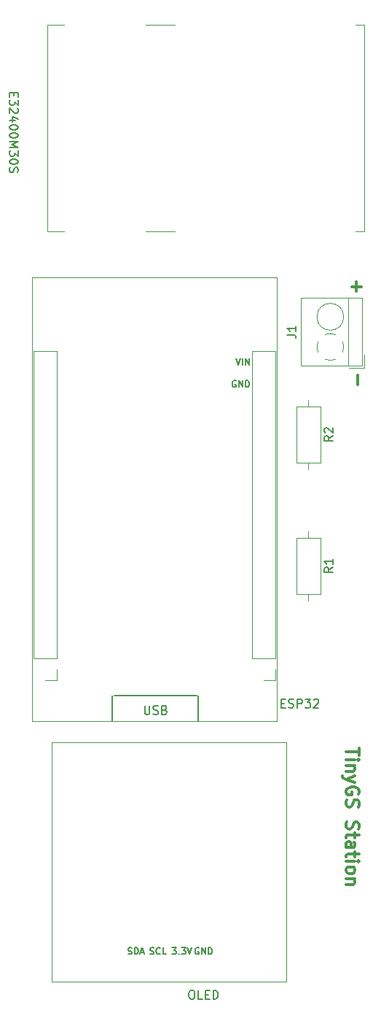
<source format=gbr>
%TF.GenerationSoftware,KiCad,Pcbnew,(6.0.5-0)*%
%TF.CreationDate,2022-05-19T17:28:55-04:00*%
%TF.ProjectId,test_project,74657374-5f70-4726-9f6a-6563742e6b69,rev?*%
%TF.SameCoordinates,Original*%
%TF.FileFunction,Legend,Top*%
%TF.FilePolarity,Positive*%
%FSLAX46Y46*%
G04 Gerber Fmt 4.6, Leading zero omitted, Abs format (unit mm)*
G04 Created by KiCad (PCBNEW (6.0.5-0)) date 2022-05-19 17:28:55*
%MOMM*%
%LPD*%
G01*
G04 APERTURE LIST*
%ADD10C,0.150000*%
%ADD11C,0.187500*%
%ADD12C,0.300000*%
%ADD13C,0.120000*%
%ADD14C,0.050000*%
G04 APERTURE END LIST*
D10*
X120658095Y-112736380D02*
X120658095Y-113545904D01*
X120705714Y-113641142D01*
X120753333Y-113688761D01*
X120848571Y-113736380D01*
X121039047Y-113736380D01*
X121134285Y-113688761D01*
X121181904Y-113641142D01*
X121229523Y-113545904D01*
X121229523Y-112736380D01*
X121658095Y-113688761D02*
X121800952Y-113736380D01*
X122039047Y-113736380D01*
X122134285Y-113688761D01*
X122181904Y-113641142D01*
X122229523Y-113545904D01*
X122229523Y-113450666D01*
X122181904Y-113355428D01*
X122134285Y-113307809D01*
X122039047Y-113260190D01*
X121848571Y-113212571D01*
X121753333Y-113164952D01*
X121705714Y-113117333D01*
X121658095Y-113022095D01*
X121658095Y-112926857D01*
X121705714Y-112831619D01*
X121753333Y-112784000D01*
X121848571Y-112736380D01*
X122086666Y-112736380D01*
X122229523Y-112784000D01*
X122991428Y-113212571D02*
X123134285Y-113260190D01*
X123181904Y-113307809D01*
X123229523Y-113403047D01*
X123229523Y-113545904D01*
X123181904Y-113641142D01*
X123134285Y-113688761D01*
X123039047Y-113736380D01*
X122658095Y-113736380D01*
X122658095Y-112736380D01*
X122991428Y-112736380D01*
X123086666Y-112784000D01*
X123134285Y-112831619D01*
X123181904Y-112926857D01*
X123181904Y-113022095D01*
X123134285Y-113117333D01*
X123086666Y-113164952D01*
X122991428Y-113212571D01*
X122658095Y-113212571D01*
X126894000Y-111550000D02*
X126894000Y-114400000D01*
X117100000Y-111550000D02*
X126700000Y-111550000D01*
X116894000Y-111550000D02*
X116894000Y-114400000D01*
D11*
X131254571Y-75063000D02*
X131183142Y-75027285D01*
X131076000Y-75027285D01*
X130968857Y-75063000D01*
X130897428Y-75134428D01*
X130861714Y-75205857D01*
X130826000Y-75348714D01*
X130826000Y-75455857D01*
X130861714Y-75598714D01*
X130897428Y-75670142D01*
X130968857Y-75741571D01*
X131076000Y-75777285D01*
X131147428Y-75777285D01*
X131254571Y-75741571D01*
X131290285Y-75705857D01*
X131290285Y-75455857D01*
X131147428Y-75455857D01*
X131611714Y-75777285D02*
X131611714Y-75027285D01*
X132040285Y-75777285D01*
X132040285Y-75027285D01*
X132397428Y-75777285D02*
X132397428Y-75027285D01*
X132576000Y-75027285D01*
X132683142Y-75063000D01*
X132754571Y-75134428D01*
X132790285Y-75205857D01*
X132826000Y-75348714D01*
X132826000Y-75455857D01*
X132790285Y-75598714D01*
X132754571Y-75670142D01*
X132683142Y-75741571D01*
X132576000Y-75777285D01*
X132397428Y-75777285D01*
X131258571Y-72487285D02*
X131508571Y-73237285D01*
X131758571Y-72487285D01*
X132008571Y-73237285D02*
X132008571Y-72487285D01*
X132365714Y-73237285D02*
X132365714Y-72487285D01*
X132794285Y-73237285D01*
X132794285Y-72487285D01*
X118723285Y-141527571D02*
X118830428Y-141563285D01*
X119009000Y-141563285D01*
X119080428Y-141527571D01*
X119116142Y-141491857D01*
X119151857Y-141420428D01*
X119151857Y-141349000D01*
X119116142Y-141277571D01*
X119080428Y-141241857D01*
X119009000Y-141206142D01*
X118866142Y-141170428D01*
X118794714Y-141134714D01*
X118759000Y-141099000D01*
X118723285Y-141027571D01*
X118723285Y-140956142D01*
X118759000Y-140884714D01*
X118794714Y-140849000D01*
X118866142Y-140813285D01*
X119044714Y-140813285D01*
X119151857Y-140849000D01*
X119473285Y-141563285D02*
X119473285Y-140813285D01*
X119651857Y-140813285D01*
X119759000Y-140849000D01*
X119830428Y-140920428D01*
X119866142Y-140991857D01*
X119901857Y-141134714D01*
X119901857Y-141241857D01*
X119866142Y-141384714D01*
X119830428Y-141456142D01*
X119759000Y-141527571D01*
X119651857Y-141563285D01*
X119473285Y-141563285D01*
X120187571Y-141349000D02*
X120544714Y-141349000D01*
X120116142Y-141563285D02*
X120366142Y-140813285D01*
X120616142Y-141563285D01*
X121281142Y-141527571D02*
X121388285Y-141563285D01*
X121566857Y-141563285D01*
X121638285Y-141527571D01*
X121674000Y-141491857D01*
X121709714Y-141420428D01*
X121709714Y-141349000D01*
X121674000Y-141277571D01*
X121638285Y-141241857D01*
X121566857Y-141206142D01*
X121424000Y-141170428D01*
X121352571Y-141134714D01*
X121316857Y-141099000D01*
X121281142Y-141027571D01*
X121281142Y-140956142D01*
X121316857Y-140884714D01*
X121352571Y-140849000D01*
X121424000Y-140813285D01*
X121602571Y-140813285D01*
X121709714Y-140849000D01*
X122459714Y-141491857D02*
X122424000Y-141527571D01*
X122316857Y-141563285D01*
X122245428Y-141563285D01*
X122138285Y-141527571D01*
X122066857Y-141456142D01*
X122031142Y-141384714D01*
X121995428Y-141241857D01*
X121995428Y-141134714D01*
X122031142Y-140991857D01*
X122066857Y-140920428D01*
X122138285Y-140849000D01*
X122245428Y-140813285D01*
X122316857Y-140813285D01*
X122424000Y-140849000D01*
X122459714Y-140884714D01*
X123138285Y-141563285D02*
X122781142Y-141563285D01*
X122781142Y-140813285D01*
X123860857Y-140813285D02*
X124325142Y-140813285D01*
X124075142Y-141099000D01*
X124182285Y-141099000D01*
X124253714Y-141134714D01*
X124289428Y-141170428D01*
X124325142Y-141241857D01*
X124325142Y-141420428D01*
X124289428Y-141491857D01*
X124253714Y-141527571D01*
X124182285Y-141563285D01*
X123968000Y-141563285D01*
X123896571Y-141527571D01*
X123860857Y-141491857D01*
X124646571Y-141491857D02*
X124682285Y-141527571D01*
X124646571Y-141563285D01*
X124610857Y-141527571D01*
X124646571Y-141491857D01*
X124646571Y-141563285D01*
X124932285Y-140813285D02*
X125396571Y-140813285D01*
X125146571Y-141099000D01*
X125253714Y-141099000D01*
X125325142Y-141134714D01*
X125360857Y-141170428D01*
X125396571Y-141241857D01*
X125396571Y-141420428D01*
X125360857Y-141491857D01*
X125325142Y-141527571D01*
X125253714Y-141563285D01*
X125039428Y-141563285D01*
X124968000Y-141527571D01*
X124932285Y-141491857D01*
X125610857Y-140813285D02*
X125860857Y-141563285D01*
X126110857Y-140813285D01*
X126936571Y-140849000D02*
X126865142Y-140813285D01*
X126758000Y-140813285D01*
X126650857Y-140849000D01*
X126579428Y-140920428D01*
X126543714Y-140991857D01*
X126508000Y-141134714D01*
X126508000Y-141241857D01*
X126543714Y-141384714D01*
X126579428Y-141456142D01*
X126650857Y-141527571D01*
X126758000Y-141563285D01*
X126829428Y-141563285D01*
X126936571Y-141527571D01*
X126972285Y-141491857D01*
X126972285Y-141241857D01*
X126829428Y-141241857D01*
X127293714Y-141563285D02*
X127293714Y-140813285D01*
X127722285Y-141563285D01*
X127722285Y-140813285D01*
X128079428Y-141563285D02*
X128079428Y-140813285D01*
X128258000Y-140813285D01*
X128365142Y-140849000D01*
X128436571Y-140920428D01*
X128472285Y-140991857D01*
X128508000Y-141134714D01*
X128508000Y-141241857D01*
X128472285Y-141384714D01*
X128436571Y-141456142D01*
X128365142Y-141527571D01*
X128258000Y-141563285D01*
X128079428Y-141563285D01*
D12*
X145601428Y-117630857D02*
X145601428Y-118488000D01*
X144101428Y-118059428D02*
X145601428Y-118059428D01*
X144101428Y-118988000D02*
X145101428Y-118988000D01*
X145601428Y-118988000D02*
X145530000Y-118916571D01*
X145458571Y-118988000D01*
X145530000Y-119059428D01*
X145601428Y-118988000D01*
X145458571Y-118988000D01*
X145101428Y-119702285D02*
X144101428Y-119702285D01*
X144958571Y-119702285D02*
X145030000Y-119773714D01*
X145101428Y-119916571D01*
X145101428Y-120130857D01*
X145030000Y-120273714D01*
X144887142Y-120345142D01*
X144101428Y-120345142D01*
X145101428Y-120916571D02*
X144101428Y-121273714D01*
X145101428Y-121630857D02*
X144101428Y-121273714D01*
X143744285Y-121130857D01*
X143672857Y-121059428D01*
X143601428Y-120916571D01*
X145530000Y-122988000D02*
X145601428Y-122845142D01*
X145601428Y-122630857D01*
X145530000Y-122416571D01*
X145387142Y-122273714D01*
X145244285Y-122202285D01*
X144958571Y-122130857D01*
X144744285Y-122130857D01*
X144458571Y-122202285D01*
X144315714Y-122273714D01*
X144172857Y-122416571D01*
X144101428Y-122630857D01*
X144101428Y-122773714D01*
X144172857Y-122988000D01*
X144244285Y-123059428D01*
X144744285Y-123059428D01*
X144744285Y-122773714D01*
X144172857Y-123630857D02*
X144101428Y-123845142D01*
X144101428Y-124202285D01*
X144172857Y-124345142D01*
X144244285Y-124416571D01*
X144387142Y-124488000D01*
X144530000Y-124488000D01*
X144672857Y-124416571D01*
X144744285Y-124345142D01*
X144815714Y-124202285D01*
X144887142Y-123916571D01*
X144958571Y-123773714D01*
X145030000Y-123702285D01*
X145172857Y-123630857D01*
X145315714Y-123630857D01*
X145458571Y-123702285D01*
X145530000Y-123773714D01*
X145601428Y-123916571D01*
X145601428Y-124273714D01*
X145530000Y-124488000D01*
X144172857Y-126202285D02*
X144101428Y-126416571D01*
X144101428Y-126773714D01*
X144172857Y-126916571D01*
X144244285Y-126988000D01*
X144387142Y-127059428D01*
X144530000Y-127059428D01*
X144672857Y-126988000D01*
X144744285Y-126916571D01*
X144815714Y-126773714D01*
X144887142Y-126488000D01*
X144958571Y-126345142D01*
X145030000Y-126273714D01*
X145172857Y-126202285D01*
X145315714Y-126202285D01*
X145458571Y-126273714D01*
X145530000Y-126345142D01*
X145601428Y-126488000D01*
X145601428Y-126845142D01*
X145530000Y-127059428D01*
X145101428Y-127488000D02*
X145101428Y-128059428D01*
X145601428Y-127702285D02*
X144315714Y-127702285D01*
X144172857Y-127773714D01*
X144101428Y-127916571D01*
X144101428Y-128059428D01*
X144101428Y-129202285D02*
X144887142Y-129202285D01*
X145030000Y-129130857D01*
X145101428Y-128988000D01*
X145101428Y-128702285D01*
X145030000Y-128559428D01*
X144172857Y-129202285D02*
X144101428Y-129059428D01*
X144101428Y-128702285D01*
X144172857Y-128559428D01*
X144315714Y-128488000D01*
X144458571Y-128488000D01*
X144601428Y-128559428D01*
X144672857Y-128702285D01*
X144672857Y-129059428D01*
X144744285Y-129202285D01*
X145101428Y-129702285D02*
X145101428Y-130273714D01*
X145601428Y-129916571D02*
X144315714Y-129916571D01*
X144172857Y-129988000D01*
X144101428Y-130130857D01*
X144101428Y-130273714D01*
X144101428Y-130773714D02*
X145101428Y-130773714D01*
X145601428Y-130773714D02*
X145530000Y-130702285D01*
X145458571Y-130773714D01*
X145530000Y-130845142D01*
X145601428Y-130773714D01*
X145458571Y-130773714D01*
X144101428Y-131702285D02*
X144172857Y-131559428D01*
X144244285Y-131488000D01*
X144387142Y-131416571D01*
X144815714Y-131416571D01*
X144958571Y-131488000D01*
X145030000Y-131559428D01*
X145101428Y-131702285D01*
X145101428Y-131916571D01*
X145030000Y-132059428D01*
X144958571Y-132130857D01*
X144815714Y-132202285D01*
X144387142Y-132202285D01*
X144244285Y-132130857D01*
X144172857Y-132059428D01*
X144101428Y-131916571D01*
X144101428Y-131702285D01*
X145101428Y-132845142D02*
X144101428Y-132845142D01*
X144958571Y-132845142D02*
X145030000Y-132916571D01*
X145101428Y-133059428D01*
X145101428Y-133273714D01*
X145030000Y-133416571D01*
X144887142Y-133488000D01*
X144101428Y-133488000D01*
X145859428Y-64115142D02*
X144716571Y-64115142D01*
X145288000Y-64686571D02*
X145288000Y-63543714D01*
X145395142Y-74358571D02*
X145395142Y-75501428D01*
D10*
%TO.C,U2*%
X105481428Y-41632761D02*
X105481428Y-41966095D01*
X104957619Y-42108952D02*
X104957619Y-41632761D01*
X105957619Y-41632761D01*
X105957619Y-42108952D01*
X105957619Y-42442285D02*
X105957619Y-43061333D01*
X105576666Y-42728000D01*
X105576666Y-42870857D01*
X105529047Y-42966095D01*
X105481428Y-43013714D01*
X105386190Y-43061333D01*
X105148095Y-43061333D01*
X105052857Y-43013714D01*
X105005238Y-42966095D01*
X104957619Y-42870857D01*
X104957619Y-42585142D01*
X105005238Y-42489904D01*
X105052857Y-42442285D01*
X105862380Y-43442285D02*
X105910000Y-43489904D01*
X105957619Y-43585142D01*
X105957619Y-43823238D01*
X105910000Y-43918476D01*
X105862380Y-43966095D01*
X105767142Y-44013714D01*
X105671904Y-44013714D01*
X105529047Y-43966095D01*
X104957619Y-43394666D01*
X104957619Y-44013714D01*
X105624285Y-44870857D02*
X104957619Y-44870857D01*
X106005238Y-44632761D02*
X105290952Y-44394666D01*
X105290952Y-45013714D01*
X105957619Y-45585142D02*
X105957619Y-45680380D01*
X105910000Y-45775619D01*
X105862380Y-45823238D01*
X105767142Y-45870857D01*
X105576666Y-45918476D01*
X105338571Y-45918476D01*
X105148095Y-45870857D01*
X105052857Y-45823238D01*
X105005238Y-45775619D01*
X104957619Y-45680380D01*
X104957619Y-45585142D01*
X105005238Y-45489904D01*
X105052857Y-45442285D01*
X105148095Y-45394666D01*
X105338571Y-45347047D01*
X105576666Y-45347047D01*
X105767142Y-45394666D01*
X105862380Y-45442285D01*
X105910000Y-45489904D01*
X105957619Y-45585142D01*
X105957619Y-46537523D02*
X105957619Y-46632761D01*
X105910000Y-46728000D01*
X105862380Y-46775619D01*
X105767142Y-46823238D01*
X105576666Y-46870857D01*
X105338571Y-46870857D01*
X105148095Y-46823238D01*
X105052857Y-46775619D01*
X105005238Y-46728000D01*
X104957619Y-46632761D01*
X104957619Y-46537523D01*
X105005238Y-46442285D01*
X105052857Y-46394666D01*
X105148095Y-46347047D01*
X105338571Y-46299428D01*
X105576666Y-46299428D01*
X105767142Y-46347047D01*
X105862380Y-46394666D01*
X105910000Y-46442285D01*
X105957619Y-46537523D01*
X104957619Y-47299428D02*
X105957619Y-47299428D01*
X105243333Y-47632761D01*
X105957619Y-47966095D01*
X104957619Y-47966095D01*
X105957619Y-48347047D02*
X105957619Y-48966095D01*
X105576666Y-48632761D01*
X105576666Y-48775619D01*
X105529047Y-48870857D01*
X105481428Y-48918476D01*
X105386190Y-48966095D01*
X105148095Y-48966095D01*
X105052857Y-48918476D01*
X105005238Y-48870857D01*
X104957619Y-48775619D01*
X104957619Y-48489904D01*
X105005238Y-48394666D01*
X105052857Y-48347047D01*
X105957619Y-49585142D02*
X105957619Y-49680380D01*
X105910000Y-49775619D01*
X105862380Y-49823238D01*
X105767142Y-49870857D01*
X105576666Y-49918476D01*
X105338571Y-49918476D01*
X105148095Y-49870857D01*
X105052857Y-49823238D01*
X105005238Y-49775619D01*
X104957619Y-49680380D01*
X104957619Y-49585142D01*
X105005238Y-49489904D01*
X105052857Y-49442285D01*
X105148095Y-49394666D01*
X105338571Y-49347047D01*
X105576666Y-49347047D01*
X105767142Y-49394666D01*
X105862380Y-49442285D01*
X105910000Y-49489904D01*
X105957619Y-49585142D01*
X105005238Y-50299428D02*
X104957619Y-50442285D01*
X104957619Y-50680380D01*
X105005238Y-50775619D01*
X105052857Y-50823238D01*
X105148095Y-50870857D01*
X105243333Y-50870857D01*
X105338571Y-50823238D01*
X105386190Y-50775619D01*
X105433809Y-50680380D01*
X105481428Y-50489904D01*
X105529047Y-50394666D01*
X105576666Y-50347047D01*
X105671904Y-50299428D01*
X105767142Y-50299428D01*
X105862380Y-50347047D01*
X105910000Y-50394666D01*
X105957619Y-50489904D01*
X105957619Y-50728000D01*
X105910000Y-50870857D01*
%TO.C,R2*%
X142522380Y-81446666D02*
X142046190Y-81780000D01*
X142522380Y-82018095D02*
X141522380Y-82018095D01*
X141522380Y-81637142D01*
X141570000Y-81541904D01*
X141617619Y-81494285D01*
X141712857Y-81446666D01*
X141855714Y-81446666D01*
X141950952Y-81494285D01*
X141998571Y-81541904D01*
X142046190Y-81637142D01*
X142046190Y-82018095D01*
X141617619Y-81065714D02*
X141570000Y-81018095D01*
X141522380Y-80922857D01*
X141522380Y-80684761D01*
X141570000Y-80589523D01*
X141617619Y-80541904D01*
X141712857Y-80494285D01*
X141808095Y-80494285D01*
X141950952Y-80541904D01*
X142522380Y-81113333D01*
X142522380Y-80494285D01*
%TO.C,U1*%
X136541142Y-112450571D02*
X136874476Y-112450571D01*
X137017333Y-112974380D02*
X136541142Y-112974380D01*
X136541142Y-111974380D01*
X137017333Y-111974380D01*
X137398285Y-112926761D02*
X137541142Y-112974380D01*
X137779238Y-112974380D01*
X137874476Y-112926761D01*
X137922095Y-112879142D01*
X137969714Y-112783904D01*
X137969714Y-112688666D01*
X137922095Y-112593428D01*
X137874476Y-112545809D01*
X137779238Y-112498190D01*
X137588761Y-112450571D01*
X137493523Y-112402952D01*
X137445904Y-112355333D01*
X137398285Y-112260095D01*
X137398285Y-112164857D01*
X137445904Y-112069619D01*
X137493523Y-112022000D01*
X137588761Y-111974380D01*
X137826857Y-111974380D01*
X137969714Y-112022000D01*
X138398285Y-112974380D02*
X138398285Y-111974380D01*
X138779238Y-111974380D01*
X138874476Y-112022000D01*
X138922095Y-112069619D01*
X138969714Y-112164857D01*
X138969714Y-112307714D01*
X138922095Y-112402952D01*
X138874476Y-112450571D01*
X138779238Y-112498190D01*
X138398285Y-112498190D01*
X139303047Y-111974380D02*
X139922095Y-111974380D01*
X139588761Y-112355333D01*
X139731619Y-112355333D01*
X139826857Y-112402952D01*
X139874476Y-112450571D01*
X139922095Y-112545809D01*
X139922095Y-112783904D01*
X139874476Y-112879142D01*
X139826857Y-112926761D01*
X139731619Y-112974380D01*
X139445904Y-112974380D01*
X139350666Y-112926761D01*
X139303047Y-112879142D01*
X140303047Y-112069619D02*
X140350666Y-112022000D01*
X140445904Y-111974380D01*
X140684000Y-111974380D01*
X140779238Y-112022000D01*
X140826857Y-112069619D01*
X140874476Y-112164857D01*
X140874476Y-112260095D01*
X140826857Y-112402952D01*
X140255428Y-112974380D01*
X140874476Y-112974380D01*
%TO.C,R1*%
X142522380Y-96686666D02*
X142046190Y-97020000D01*
X142522380Y-97258095D02*
X141522380Y-97258095D01*
X141522380Y-96877142D01*
X141570000Y-96781904D01*
X141617619Y-96734285D01*
X141712857Y-96686666D01*
X141855714Y-96686666D01*
X141950952Y-96734285D01*
X141998571Y-96781904D01*
X142046190Y-96877142D01*
X142046190Y-97258095D01*
X142522380Y-95734285D02*
X142522380Y-96305714D01*
X142522380Y-96020000D02*
X141522380Y-96020000D01*
X141665238Y-96115238D01*
X141760476Y-96210476D01*
X141808095Y-96305714D01*
%TO.C,U3*%
X126055619Y-145756380D02*
X126246095Y-145756380D01*
X126341333Y-145804000D01*
X126436571Y-145899238D01*
X126484190Y-146089714D01*
X126484190Y-146423047D01*
X126436571Y-146613523D01*
X126341333Y-146708761D01*
X126246095Y-146756380D01*
X126055619Y-146756380D01*
X125960380Y-146708761D01*
X125865142Y-146613523D01*
X125817523Y-146423047D01*
X125817523Y-146089714D01*
X125865142Y-145899238D01*
X125960380Y-145804000D01*
X126055619Y-145756380D01*
X127388952Y-146756380D02*
X126912761Y-146756380D01*
X126912761Y-145756380D01*
X127722285Y-146232571D02*
X128055619Y-146232571D01*
X128198476Y-146756380D02*
X127722285Y-146756380D01*
X127722285Y-145756380D01*
X128198476Y-145756380D01*
X128627047Y-146756380D02*
X128627047Y-145756380D01*
X128865142Y-145756380D01*
X129008000Y-145804000D01*
X129103238Y-145899238D01*
X129150857Y-145994476D01*
X129198476Y-146184952D01*
X129198476Y-146327809D01*
X129150857Y-146518285D01*
X129103238Y-146613523D01*
X129008000Y-146708761D01*
X128865142Y-146756380D01*
X128627047Y-146756380D01*
%TO.C,J1*%
X137232380Y-69703333D02*
X137946666Y-69703333D01*
X138089523Y-69750952D01*
X138184761Y-69846190D01*
X138232380Y-69989047D01*
X138232380Y-70084285D01*
X138232380Y-68703333D02*
X138232380Y-69274761D01*
X138232380Y-68989047D02*
X137232380Y-68989047D01*
X137375238Y-69084285D01*
X137470476Y-69179523D01*
X137518095Y-69274761D01*
D13*
%TO.C,U2*%
X124155000Y-33720000D02*
X120755000Y-33720000D01*
X109325000Y-57720000D02*
X111265000Y-57720000D01*
X124155000Y-57720000D02*
X120755000Y-57720000D01*
X146155000Y-57720000D02*
X145155000Y-57720000D01*
X109325000Y-33720000D02*
X109325000Y-57720000D01*
X146155000Y-33720000D02*
X145155000Y-33720000D01*
X109325000Y-33720000D02*
X111265000Y-33720000D01*
X146155000Y-33720000D02*
X146155000Y-57720000D01*
%TO.C,R2*%
X138330000Y-78010000D02*
X138330000Y-84550000D01*
X139700000Y-77240000D02*
X139700000Y-78010000D01*
X141070000Y-78010000D02*
X138330000Y-78010000D01*
X141070000Y-84550000D02*
X141070000Y-78010000D01*
X139700000Y-85320000D02*
X139700000Y-84550000D01*
X138330000Y-84550000D02*
X141070000Y-84550000D01*
%TO.C,U1*%
X135837500Y-71602500D02*
X133177500Y-71602500D01*
X135837500Y-109822500D02*
X134507500Y-109822500D01*
X107777500Y-107222500D02*
X107777500Y-71602500D01*
X133177500Y-107222500D02*
X133177500Y-71602500D01*
X110437500Y-108492500D02*
X110437500Y-109822500D01*
X110437500Y-109822500D02*
X109107500Y-109822500D01*
X110437500Y-107222500D02*
X110437500Y-71602500D01*
X110437500Y-107222500D02*
X107777500Y-107222500D01*
X110437500Y-71602500D02*
X107777500Y-71602500D01*
X135837500Y-108492500D02*
X135837500Y-109822500D01*
X135837500Y-107222500D02*
X135837500Y-71602500D01*
X135837500Y-107222500D02*
X133177500Y-107222500D01*
D14*
X136057500Y-114512500D02*
X107557500Y-114512500D01*
X107557500Y-114512500D02*
X107557500Y-63062500D01*
X107557500Y-63062500D02*
X136057500Y-63062500D01*
X136057500Y-63062500D02*
X136057500Y-114512500D01*
D13*
%TO.C,R1*%
X138330000Y-93250000D02*
X138330000Y-99790000D01*
X141070000Y-93250000D02*
X138330000Y-93250000D01*
X138330000Y-99790000D02*
X141070000Y-99790000D01*
X141070000Y-99790000D02*
X141070000Y-93250000D01*
X139700000Y-92480000D02*
X139700000Y-93250000D01*
X139700000Y-100560000D02*
X139700000Y-99790000D01*
%TO.C,U3*%
X137160000Y-144780000D02*
X109860000Y-144780000D01*
X109860000Y-144780000D02*
X109860000Y-116980000D01*
X109860000Y-116980000D02*
X137160000Y-116980000D01*
X137160000Y-116980000D02*
X137160000Y-144780000D01*
%TO.C,J1*%
X144340000Y-73280000D02*
X144340000Y-65460000D01*
X138780000Y-73280000D02*
X145900000Y-73280000D01*
X144400000Y-73520000D02*
X146140000Y-73520000D01*
X138780000Y-65460000D02*
X145900000Y-65460000D01*
X138780000Y-73280000D02*
X138780000Y-65460000D01*
X145900000Y-73280000D02*
X145900000Y-65460000D01*
X146140000Y-73520000D02*
X146140000Y-72020000D01*
X141632000Y-72552000D02*
G75*
G03*
X142847742Y-72552109I608000J1432000D01*
G01*
X143795000Y-71120000D02*
G75*
G03*
X143671385Y-70512413I-1555000J0D01*
G01*
X142848000Y-69688000D02*
G75*
G03*
X141632258Y-69687891I-607999J-1432003D01*
G01*
X140808000Y-70512000D02*
G75*
G03*
X140807891Y-71727742I1432000J-608000D01*
G01*
X143672000Y-71728000D02*
G75*
G03*
X143795493Y-71092989I-1431988J607998D01*
G01*
X143795000Y-67620000D02*
G75*
G03*
X143795000Y-67620000I-1555000J0D01*
G01*
%TD*%
M02*

</source>
